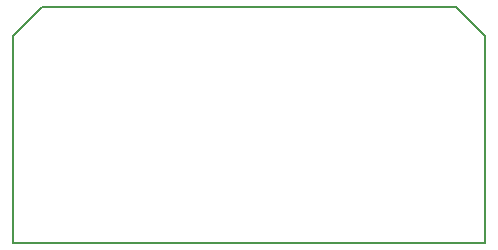
<source format=gbr>
G04 #@! TF.FileFunction,Profile,NP*
%FSLAX46Y46*%
G04 Gerber Fmt 4.6, Leading zero omitted, Abs format (unit mm)*
G04 Created by KiCad (PCBNEW 4.0.7-e2-6376~58~ubuntu16.04.1) date Mon Sep  3 10:25:07 2018*
%MOMM*%
%LPD*%
G01*
G04 APERTURE LIST*
%ADD10C,0.100000*%
%ADD11C,0.150000*%
G04 APERTURE END LIST*
D10*
D11*
X215050120Y-99883964D02*
X215050120Y-117383964D01*
X212550120Y-97383964D02*
X215050120Y-99883964D01*
X177550120Y-97383964D02*
X212550120Y-97383964D01*
X175050120Y-99883964D02*
X177550120Y-97383964D01*
X175050120Y-117383964D02*
X175050120Y-99883964D01*
X215050120Y-117383964D02*
X175050120Y-117383964D01*
M02*

</source>
